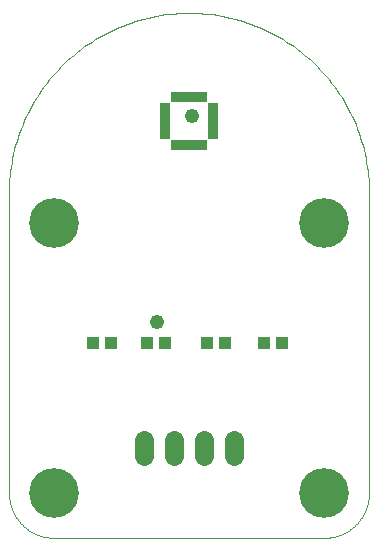
<source format=gts>
G75*
%MOIN*%
%OFA0B0*%
%FSLAX25Y25*%
%IPPOS*%
%LPD*%
%AMOC8*
5,1,8,0,0,1.08239X$1,22.5*
%
%ADD10R,0.03753X0.01981*%
%ADD11R,0.01981X0.03753*%
%ADD12C,0.00000*%
%ADD13C,0.06343*%
%ADD14C,0.16611*%
%ADD15R,0.03950X0.03950*%
%ADD16C,0.04800*%
D10*
X0055887Y0136800D03*
X0055887Y0138769D03*
X0055887Y0140737D03*
X0055887Y0142706D03*
X0055887Y0144674D03*
X0055887Y0146643D03*
X0071635Y0146643D03*
X0071635Y0144674D03*
X0071635Y0142706D03*
X0071635Y0140737D03*
X0071635Y0138769D03*
X0071635Y0136800D03*
D11*
X0068800Y0133887D03*
X0066831Y0133887D03*
X0064863Y0133887D03*
X0062894Y0133887D03*
X0060926Y0133887D03*
X0058957Y0133887D03*
X0058957Y0149635D03*
X0060926Y0149635D03*
X0062894Y0149635D03*
X0064863Y0149635D03*
X0066831Y0149635D03*
X0068800Y0149635D03*
D12*
X0003800Y0117800D02*
X0003800Y0017800D01*
X0003804Y0017438D01*
X0003818Y0017075D01*
X0003839Y0016713D01*
X0003870Y0016352D01*
X0003909Y0015992D01*
X0003957Y0015633D01*
X0004014Y0015275D01*
X0004079Y0014918D01*
X0004153Y0014563D01*
X0004236Y0014210D01*
X0004327Y0013859D01*
X0004426Y0013511D01*
X0004534Y0013165D01*
X0004650Y0012821D01*
X0004775Y0012481D01*
X0004907Y0012144D01*
X0005048Y0011810D01*
X0005197Y0011479D01*
X0005354Y0011152D01*
X0005518Y0010829D01*
X0005690Y0010510D01*
X0005870Y0010196D01*
X0006058Y0009885D01*
X0006253Y0009580D01*
X0006455Y0009279D01*
X0006665Y0008983D01*
X0006881Y0008693D01*
X0007105Y0008407D01*
X0007335Y0008127D01*
X0007572Y0007853D01*
X0007816Y0007585D01*
X0008066Y0007322D01*
X0008322Y0007066D01*
X0008585Y0006816D01*
X0008853Y0006572D01*
X0009127Y0006335D01*
X0009407Y0006105D01*
X0009693Y0005881D01*
X0009983Y0005665D01*
X0010279Y0005455D01*
X0010580Y0005253D01*
X0010885Y0005058D01*
X0011196Y0004870D01*
X0011510Y0004690D01*
X0011829Y0004518D01*
X0012152Y0004354D01*
X0012479Y0004197D01*
X0012810Y0004048D01*
X0013144Y0003907D01*
X0013481Y0003775D01*
X0013821Y0003650D01*
X0014165Y0003534D01*
X0014511Y0003426D01*
X0014859Y0003327D01*
X0015210Y0003236D01*
X0015563Y0003153D01*
X0015918Y0003079D01*
X0016275Y0003014D01*
X0016633Y0002957D01*
X0016992Y0002909D01*
X0017352Y0002870D01*
X0017713Y0002839D01*
X0018075Y0002818D01*
X0018438Y0002804D01*
X0018800Y0002800D01*
X0108800Y0002800D01*
X0109162Y0002804D01*
X0109525Y0002818D01*
X0109887Y0002839D01*
X0110248Y0002870D01*
X0110608Y0002909D01*
X0110967Y0002957D01*
X0111325Y0003014D01*
X0111682Y0003079D01*
X0112037Y0003153D01*
X0112390Y0003236D01*
X0112741Y0003327D01*
X0113089Y0003426D01*
X0113435Y0003534D01*
X0113779Y0003650D01*
X0114119Y0003775D01*
X0114456Y0003907D01*
X0114790Y0004048D01*
X0115121Y0004197D01*
X0115448Y0004354D01*
X0115771Y0004518D01*
X0116090Y0004690D01*
X0116404Y0004870D01*
X0116715Y0005058D01*
X0117020Y0005253D01*
X0117321Y0005455D01*
X0117617Y0005665D01*
X0117907Y0005881D01*
X0118193Y0006105D01*
X0118473Y0006335D01*
X0118747Y0006572D01*
X0119015Y0006816D01*
X0119278Y0007066D01*
X0119534Y0007322D01*
X0119784Y0007585D01*
X0120028Y0007853D01*
X0120265Y0008127D01*
X0120495Y0008407D01*
X0120719Y0008693D01*
X0120935Y0008983D01*
X0121145Y0009279D01*
X0121347Y0009580D01*
X0121542Y0009885D01*
X0121730Y0010196D01*
X0121910Y0010510D01*
X0122082Y0010829D01*
X0122246Y0011152D01*
X0122403Y0011479D01*
X0122552Y0011810D01*
X0122693Y0012144D01*
X0122825Y0012481D01*
X0122950Y0012821D01*
X0123066Y0013165D01*
X0123174Y0013511D01*
X0123273Y0013859D01*
X0123364Y0014210D01*
X0123447Y0014563D01*
X0123521Y0014918D01*
X0123586Y0015275D01*
X0123643Y0015633D01*
X0123691Y0015992D01*
X0123730Y0016352D01*
X0123761Y0016713D01*
X0123782Y0017075D01*
X0123796Y0017438D01*
X0123800Y0017800D01*
X0123800Y0117800D01*
X0123782Y0119261D01*
X0123729Y0120721D01*
X0123640Y0122180D01*
X0123516Y0123636D01*
X0123356Y0125088D01*
X0123161Y0126536D01*
X0122930Y0127979D01*
X0122665Y0129416D01*
X0122365Y0130846D01*
X0122030Y0132268D01*
X0121660Y0133682D01*
X0121256Y0135086D01*
X0120818Y0136480D01*
X0120346Y0137863D01*
X0119841Y0139234D01*
X0119302Y0140592D01*
X0118731Y0141937D01*
X0118127Y0143267D01*
X0117491Y0144583D01*
X0116823Y0145882D01*
X0116123Y0147165D01*
X0115392Y0148430D01*
X0114631Y0149678D01*
X0113840Y0150906D01*
X0113019Y0152115D01*
X0112169Y0153303D01*
X0111290Y0154470D01*
X0110383Y0155616D01*
X0109448Y0156739D01*
X0108486Y0157839D01*
X0107498Y0158915D01*
X0106484Y0159967D01*
X0105444Y0160994D01*
X0104380Y0161995D01*
X0103292Y0162971D01*
X0102180Y0163919D01*
X0101046Y0164840D01*
X0099889Y0165733D01*
X0098712Y0166597D01*
X0097513Y0167433D01*
X0096294Y0168239D01*
X0095056Y0169016D01*
X0093800Y0169762D01*
X0092526Y0170477D01*
X0091235Y0171161D01*
X0089927Y0171813D01*
X0088604Y0172433D01*
X0087266Y0173021D01*
X0085915Y0173576D01*
X0084550Y0174098D01*
X0083173Y0174586D01*
X0081784Y0175041D01*
X0080385Y0175462D01*
X0078976Y0175849D01*
X0077558Y0176201D01*
X0076132Y0176519D01*
X0074698Y0176802D01*
X0073258Y0177050D01*
X0071813Y0177263D01*
X0070362Y0177440D01*
X0068908Y0177582D01*
X0067451Y0177689D01*
X0065991Y0177760D01*
X0064531Y0177796D01*
X0063069Y0177796D01*
X0061609Y0177760D01*
X0060149Y0177689D01*
X0058692Y0177582D01*
X0057238Y0177440D01*
X0055787Y0177263D01*
X0054342Y0177050D01*
X0052902Y0176802D01*
X0051468Y0176519D01*
X0050042Y0176201D01*
X0048624Y0175849D01*
X0047215Y0175462D01*
X0045816Y0175041D01*
X0044427Y0174586D01*
X0043050Y0174098D01*
X0041685Y0173576D01*
X0040334Y0173021D01*
X0038996Y0172433D01*
X0037673Y0171813D01*
X0036365Y0171161D01*
X0035074Y0170477D01*
X0033800Y0169762D01*
X0032544Y0169016D01*
X0031306Y0168239D01*
X0030087Y0167433D01*
X0028888Y0166597D01*
X0027711Y0165733D01*
X0026554Y0164840D01*
X0025420Y0163919D01*
X0024308Y0162971D01*
X0023220Y0161995D01*
X0022156Y0160994D01*
X0021116Y0159967D01*
X0020102Y0158915D01*
X0019114Y0157839D01*
X0018152Y0156739D01*
X0017217Y0155616D01*
X0016310Y0154470D01*
X0015431Y0153303D01*
X0014581Y0152115D01*
X0013760Y0150906D01*
X0012969Y0149678D01*
X0012208Y0148430D01*
X0011477Y0147165D01*
X0010777Y0145882D01*
X0010109Y0144583D01*
X0009473Y0143267D01*
X0008869Y0141937D01*
X0008298Y0140592D01*
X0007759Y0139234D01*
X0007254Y0137863D01*
X0006782Y0136480D01*
X0006344Y0135086D01*
X0005940Y0133682D01*
X0005570Y0132268D01*
X0005235Y0130846D01*
X0004935Y0129416D01*
X0004670Y0127979D01*
X0004439Y0126536D01*
X0004244Y0125088D01*
X0004084Y0123636D01*
X0003960Y0122180D01*
X0003871Y0120721D01*
X0003818Y0119261D01*
X0003800Y0117800D01*
D13*
X0048800Y0035572D02*
X0048800Y0030028D01*
X0058800Y0030028D02*
X0058800Y0035572D01*
X0068800Y0035572D02*
X0068800Y0030028D01*
X0078800Y0030028D02*
X0078800Y0035572D01*
D14*
X0108800Y0017800D03*
X0108800Y0107800D03*
X0018800Y0107800D03*
X0018800Y0017800D03*
D15*
X0031847Y0067800D03*
X0037753Y0067800D03*
X0049847Y0067800D03*
X0055753Y0067800D03*
X0069847Y0067800D03*
X0075753Y0067800D03*
X0088847Y0067800D03*
X0094753Y0067800D03*
D16*
X0052997Y0074635D03*
X0064808Y0143532D03*
M02*

</source>
